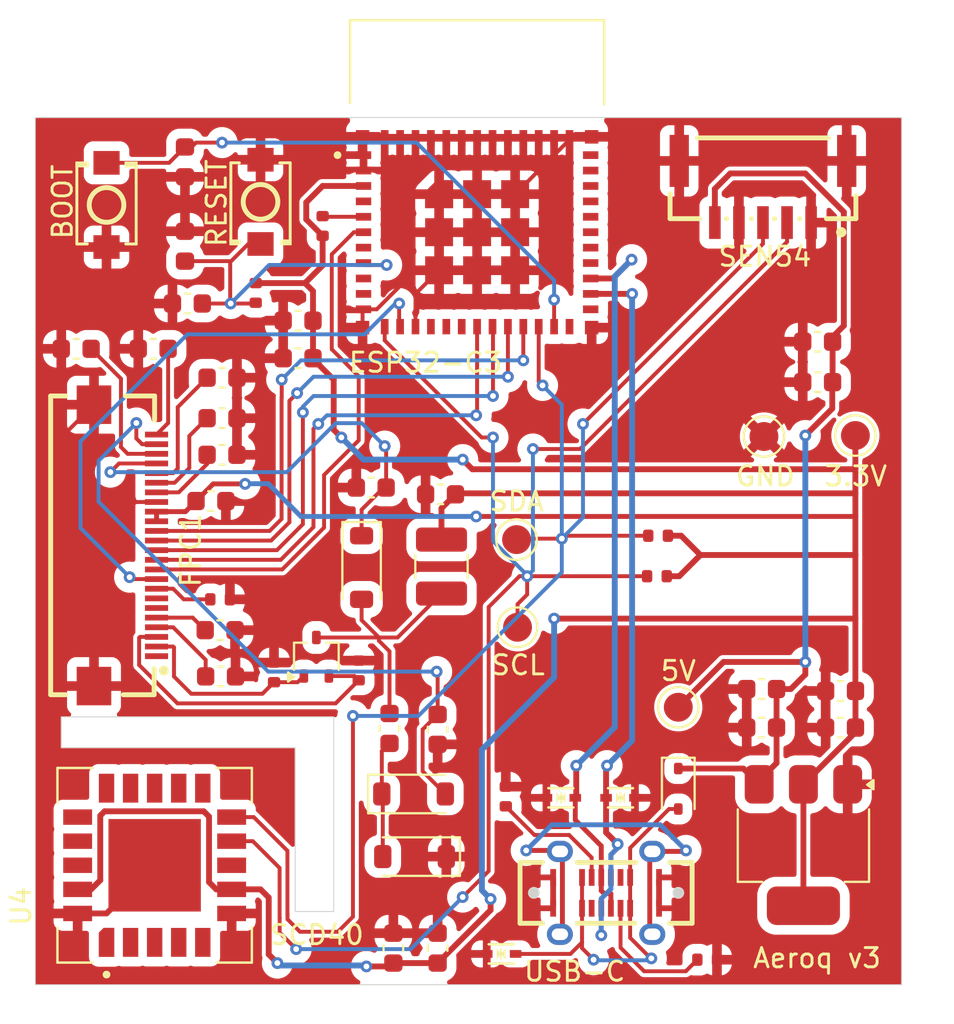
<source format=kicad_pcb>
(kicad_pcb (version 20241229) (generator "pcbnew") (generator_version "9.0")
  (layers (0 "F.Cu" signal) (2 "B.Cu" signal) (13 "F.Paste" user) (15 "B.Paste" user) (5 "F.SilkS" user "F.Silkscreen") (7 "B.SilkS" user "B.Silkscreen") (1 "F.Mask" user) (3 "B.Mask" user) (25 "Edge.Cuts" user))
  (net 0 "")
  (net 1 "GND")
  (net 2 "PREVGH")
  (net 3 "+3.3V")
  (net 4 "PREVGL")
  (net 5 "+5V")
  (net 6 "GPIO9")
  (net 7 "CHIP_PU")
  (net 8 "VBUS")
  (net 9 "D-")
  (net 10 "D+")
  (net 11 "SCL")
  (net 12 "SDA")
  (net 13 "SCLK")
  (net 14 "DC")
  (net 15 "CS")
  (net 16 "RES")
  (net 17 "GDR")
  (net 18 "BUSY")
  (net 19 "SDI")
  (net 20 "RESE")
  (net 21 "GPIO2")
  (net 22 "Net-(U1-CC1)")
  (net 23 "Net-(U1-CC2)")
  (net 25 "unconnected-(U1-EH-Pad0)")
  (net 29 "Net-(FPC1-Pad8)")
  (net 31 "Net-(C12-Pad2)")
  (net 32 "Net-(C14-Pad2)")
  (net 33 "Net-(D6-K)")
  (net 34 "Net-(D8-A)")
  (net 35 "Net-(C21-Pad1)")
  (net 36 "Net-(C22-Pad1)")
  (net 37 "Net-(C23-Pad2)")
  (net 38 "Net-(C24-Pad2)")
  (net 39 "Net-(C25-Pad2)")
  (footprint "Project Footprints:FPC-SMD_24P-P0.50_FPC-05FB-24PH20" (layer "F.Cu") (at 91.674 96.2 -90)
    (property "Reference" "FPC1")
    (property "Value" "~")
  )
  (footprint "Capacitor_SMD:C_0603_1608Metric" (layer "F.Cu") (at 108.05 93.55 180)
    (property "Reference" "C18" (hide yes))
    (property "Value" "4.7uf/25V")
  )
  (footprint "Capacitor_SMD:C_0603_1608Metric" (layer "F.Cu") (at 105.4 105.7 90)
    (property "Reference" "C17" (hide yes))
    (property "Value" "4.7uf/25V")
  )
  (footprint "Capacitor_SMD:C_0603_1608Metric" (layer "F.Cu") (at 94.9 83.65)
    (property "Reference" "C4" (hide yes))
    (property "Value" "1uf/50V")
  )
  (footprint "Capacitor_SMD:C_0603_1608Metric" (layer "F.Cu") (at 96.7 91.5)
    (property "Reference" "C21" (hide yes))
    (property "Value" "1uf/50V")
  )
  (footprint "TestPoint:TestPoint_Pad_D1.5mm" (layer "F.Cu") (at 112.05 100.45)
    (property "Reference" "TP4" (hide yes))
    (property "Value" "TestPoint")
  )
  (footprint "Project Footprints:XDCR_SCD40-D-R1" (layer "F.Cu") (at 93.2 112.8 90)
    (property "Reference" "U4")
    (property "Value" "SCD40-D-R1")
  )
  (footprint "Diode_SMD:D_SOD-323" (layer "F.Cu") (at 120.4 108.830758 -90)
    (property "Reference" "D1" (hide yes))
    (property "Value" "1N5819WS")
  )
  (footprint "Capacitor_SMD:C_0603_1608Metric" (layer "F.Cu") (at 96.125 93.9 180)
    (property "Reference" "C20" (hide yes))
    (property "Value" "1uf/50V")
  )
  (footprint "TestPoint:TestPoint_Pad_D1.5mm" (layer "F.Cu") (at 112 95.9)
    (property "Reference" "TP5" (hide yes))
    (property "Value" "TestPoint")
  )
  (footprint "TestPoint:TestPoint_Pad_D1.5mm" (layer "F.Cu") (at 124.85 90.55)
    (property "Reference" "TP1" (hide yes))
    (property "Value" "TestPoint")
  )
  (footprint "Capacitor_SMD:C_0603_1608Metric" (layer "F.Cu") (at 107.9 105.75 -90)
    (property "Reference" "C13" (hide yes))
    (property "Value" "4.7uf/25V")
  )
  (footprint "Diode_SMD:D_SOD-123" (layer "F.Cu") (at 106.7 112.35 180)
    (property "Reference" "D7" (hide yes))
    (property "Value" "MBR0530")
  )
  (footprint "Resistor_SMD:R_0402_1005Metric" (layer "F.Cu") (at 99.4 102.79 -90)
    (property "Reference" "R10" (hide yes))
    (property "Value" "10k")
  )
  (footprint "Capacitor_SMD:C_0603_1608Metric" (layer "F.Cu") (at 107.9 117.1 -90)
    (property "Reference" "C16" (hide yes))
    (property "Value" "4.7uf/25V")
  )
  (footprint "Capacitor_SMD:C_0603_1608Metric" (layer "F.Cu") (at 93.125 86)
    (property "Reference" "C25" (hide yes))
    (property "Value" "1uf/50V")
  )
  (footprint "Diode_SMD:D_SOD-123" (layer "F.Cu") (at 106.65 109.1)
    (property "Reference" "D6" (hide yes))
    (property "Value" "MBR0530")
  )
  (footprint "JST SM05B-GHS-TB(LF)(SN):CONN-SMD_5P-P1.25_SM05B-GHS-TB-LF-SN" (layer "F.Cu") (at 124.8 77.85 180)
    (property "Reference" "U5" (hide yes))
    (property "Value" "~")
  )
  (footprint "Resistor_SMD:R_0402_1005Metric" (layer "F.Cu") (at 111.44 109.230758 -90)
    (property "Reference" "R4" (hide yes))
    (property "Value" "5k")
  )
  (footprint "Capacitor_SMD:C_0603_1608Metric" (layer "F.Cu") (at 124.73 103.655 180)
    (property "Reference" "C7" (hide yes))
    (property "Value" "0.1uf/50V")
  )
  (footprint "Resistor_SMD:R_0402_1005Metric" (layer "F.Cu") (at 101.925 79.625 -90)
    (property "Reference" "R2" (hide yes))
    (property "Value" "10k")
  )
  (footprint "Capacitor_SMD:C_0603_1608Metric" (layer "F.Cu") (at 104.45 93.2 180)
    (property "Reference" "C19" (hide yes))
    (property "Value" "4.7uf/25V")
  )
  (footprint "Capacitor_SMD:C_0603_1608Metric" (layer "F.Cu") (at 94.775 80.675 90)
    (property "Reference" "C5" (hide yes))
    (property "Value" "0.1uf/50V")
  )
  (footprint "Capacitor_SMD:C_0603_1608Metric" (layer "F.Cu") (at 94.775 76.3 -90)
    (property "Reference" "C3" (hide yes))
    (property "Value" "0.1uf/50V")
  )
  (footprint "Project Footprints:SOD-523_L1.2-W0.8-LS1.6-BI" (layer "F.Cu") (at 114.3 109.3)
    (property "Reference" "D4" (hide yes))
    (property "Value" "~")
  )
  (footprint "Capacitor_SMD:C_0603_1608Metric" (layer "F.Cu") (at 89.125 86)
    (property "Reference" "C24" (hide yes))
    (property "Value" "4.7uf/25V")
  )
  (footprint "Resistor_SMD:R_0402_1005Metric" (layer "F.Cu") (at 103.8 102.69 -90)
    (property "Reference" "R11" (hide yes))
    (property "Value" "0.47")
  )
  (footprint "Project Footprints:SOD-523_L1.2-W0.8-LS1.6-BI" (layer "F.Cu") (at 111.2 117.4)
    (property "Reference" "D2" (hide yes))
    (property "Value" "~")
  )
  (footprint "Capacitor_SMD:C_0603_1608Metric" (layer "F.Cu") (at 96.7 89.6)
    (property "Reference" "C22" (hide yes))
    (property "Value" "1uf/50V")
  )
  (footprint "Project Footprints:XCVR_ESP32-C3-MINI-1-N4" (layer "F.Cu") (at 109.95 77.25)
    (property "Reference" "U2" (hide yes))
    (property "Value" "ESP32-C3-MINI-1-N4")
  )
  (footprint "Package_TO_SOT_SMD:SOT-323_SC-70" (layer "F.Cu") (at 101.6 101.98 90)
    (property "Reference" "Q1" (hide yes))
    (property "Value" "Si1308EDL")
  )
  (footprint "TestPoint:TestPoint_Pad_D1.5mm" (layer "F.Cu") (at 120.4 104.6)
    (property "Reference" "TP3" (hide yes))
    (property "Value" "TestPoint")
  )
  (footprint "Capacitor_SMD:C_0603_1608Metric" (layer "F.Cu") (at 127.640415 85.630771)
    (property "Reference" "C10" (hide yes))
    (property "Value" "4.7uf/25V")
  )
  (footprint "Resistor_SMD:R_0402_1005Metric" (layer "F.Cu") (at 119.29 97.8)
    (property "Reference" "R6" (hide yes))
    (property "Value" "10k")
  )
  (footprint "Resistor_SMD:R_0402_1005Metric" (layer "F.Cu") (at 121.9 117.7 180)
    (property "Reference" "R3" (hide yes))
    (property "Value" "5k")
  )
  (footprint "Capacitor_SMD:C_0603_1608Metric" (layer "F.Cu") (at 96.7 87.5 180)
    (property "Reference" "C23" (hide yes))
    (property "Value" "4.7uf/25V")
  )
  (footprint "Capacitor_SMD:C_0603_1608Metric" (layer "F.Cu") (at 128.83 103.755)
    (property "Reference" "C9" (hide yes))
    (property "Value" "10uf/25V")
  )
  (footprint "Package_TO_SOT_SMD:SOT-223-3_TabPin2" (layer "F.Cu") (at 126.9 111.75 -90)
    (property "Reference" "U3" (hide yes))
    (property "Value" "AMS1117-3.3")
  )
  (footprint "Capacitor_SMD:C_0603_1608Metric" (layer "F.Cu") (at 128.83 105.655 180)
    (property "Reference" "C8" (hide yes))
    (property "Value" "0.1uf/50V")
  )
  (footprint "Capacitor_SMD:C_0603_1608Metric" (layer "F.Cu") (at 100.651016 84.538452)
    (property "Reference" "C1" (hide yes))
    (property "Value" "10uf/25V")
  )
  (footprint "Inductor_SMD:L_1210_3225Metric" (layer "F.Cu") (at 108.1 97.3 -90)
    (property "Reference" "L1" (hide yes))
    (property "Value" "10uH/1A")
  )
  (footprint "Capacitor_SMD:C_0603_1608Metric" (layer "F.Cu") (at 96.6 100.6 180)
    (property "Reference" "C14" (hide yes))
    (property "Value" "4.7uf/25V")
  )
  (footprint "Project Footprints:SW-SMD_L3.9-W3.0-P4.45" (layer "F.Cu") (at 90.7 78.535 90)
    (property "Reference" "SW1" (hide yes))
    (property "Value" "~")
  )
  (footprint "Capacitor_SMD:C_0603_1608Metric" (layer "F.Cu") (at 96.625 103 180)
    (property "Reference" "C12" (hide yes))
    (property "Value" "4.7uf/25V")
  )
  (footprint "Resistor_SMD:R_0402_1005Metric" (layer "F.Cu") (at 98.45 83.1 90)
    (property "Reference" "R1" (hide yes))
    (property "Value" "10k")
  )
  (footprint "Resistor_SMD:R_0402_1005Metric" (layer "F.Cu") (at 119.35 95.7)
    (property "Reference" "R7" (hide yes))
    (property "Value" "10k")
  )
  (footprint "Capacitor_SMD:C_0603_1608Metric" (layer "F.Cu") (at 105.6 117.1 90)
    (property "Reference" "C15" (hide yes))
    (property "Value" "0.1uf/50V")
  )
  (footprint "Capacitor_SMD:C_0603_1608Metric" (layer "F.Cu") (at 127.640415 87.730771 180)
    (property "Reference" "C11" (hide yes))
    (property "Value" "0.1uf/50V")
  )
  (footprint "Capacitor_SMD:C_0603_1608Metric" (layer "F.Cu") (at 100.651016 86.488452 180)
    (property "Reference" "C2" (hide yes))
    (property "Value" "0.1uf/50V")
  )
  (footprint "Capacitor_SMD:C_0603_1608Metric" (layer "F.Cu") (at 124.73 105.655)
    (property "Reference" "C6" (hide yes))
    (property "Value" "10uf/25V")
  )
  (footprint "Resistor_SMD:R_0402_1005Metric" (layer "F.Cu") (at 96.6 99)
    (property "Reference" "R8" (hide yes))
    (property "Value" "3")
  )
  (footprint "Diode_SMD:D_SOD-123" (layer "F.Cu") (at 103.95 97.35 -90)
    (property "Reference" "D8" (hide yes))
    (property "Value" "MBR0530")
  )
  (footprint "Project Footprints:SOD-523_L1.2-W0.8-LS1.6-BI" (layer "F.Cu") (at 117.4 109.3 180)
    (property "Reference" "D3" (hide yes))
    (property "Value" "~")
  )
  (footprint "Project Footprints:SW-SMD_L3.9-W3.0-P4.45" (layer "F.Cu") (at 98.7 78.375 -90)
    (property "Reference" "SW2" (hide yes))
    (property "Value" "~")
  )
  (footprint "TestPoint:TestPoint_Pad_D1.5mm" (layer "F.Cu") (at 129.6 90.5)
    (property "Reference" "TP2" (hide yes))
    (property "Value" "TestPoint")
  )
  (footprint "Project Footprints:TYPE-C-SMD_USB4120-03-C" (layer "F.Cu") (at 116.65 114.230758)
    (property "Reference" "U1" (hide yes))
    (property "Value" "~")
    (fp_poly (pts (xy -3.452567 -0.039158) (xy -3.472836 -0.114805) (xy -3.511994 -0.182628) (xy -3.567372 -0.238006) (xy -3.635195 -0.277164) (xy -3.710842 -0.297433) (xy -3.789158 -0.297433) (xy -3.864805 -0.277164) (xy -3.932628 -0.238006) (xy -3.988006 -0.182628) (xy -4.027164 -0.114805) (xy -4.047433 -0.039158) (xy -4.047433 0.039158) (xy -4.027164 0.114805) (xy -3.988006 0.182628) (xy -3.932628 0.238006) (xy -3.864805 0.277164) (xy -3.789158 0.297433) (xy -3.710842 0.297433) (xy -3.635195 0.277164) (xy -3.567372 0.238006) (xy -3.511994 0.182628) (xy -3.472836 0.114805) (xy -3.452567 0.039158)) (fill yes) (layer "Edge.Cuts"))
    (fp_poly (pts (xy 4.047433 -0.039158) (xy 4.027164 -0.114805) (xy 3.988006 -0.182628) (xy 3.932628 -0.238006) (xy 3.864805 -0.277164) (xy 3.789158 -0.297433) (xy 3.710842 -0.297433) (xy 3.635195 -0.277164) (xy 3.567372 -0.238006) (xy 3.511994 -0.182628) (xy 3.472836 -0.114805) (xy 3.452567 -0.039158) (xy 3.452567 0.039158) (xy 3.472836 0.114805) (xy 3.511994 0.182628) (xy 3.567372 0.238006) (xy 3.635195 0.277164) (xy 3.710842 0.297433) (xy 3.789158 0.297433) (xy 3.864805 0.277164) (xy 3.932628 0.238006) (xy 3.988006 0.182628) (xy 4.027164 0.114805) (xy 4.047433 0.039158)) (fill yes) (layer "Edge.Cuts"))
  )
  (gr_line (start 132 119) (end 87 119) (stroke (width 0.05)) (layer "Edge.Cuts"))
  (gr_line (start 100.5 115.2) (end 102.5 115.2) (stroke (width 0.05)) (layer "Edge.Cuts"))
  (gr_line (start 87 119) (end 87 74) (stroke (width 0.05)) (layer "Edge.Cuts"))
  (gr_line (start 102.5 105.1) (end 88.35 105.1) (stroke (width 0.05)) (layer "Edge.Cuts"))
  (gr_line (start 87 74) (end 132 74) (stroke (width 0.05)) (layer "Edge.Cuts"))
  (gr_line (start 100.5 106.7) (end 100.5 115.2) (stroke (width 0.05)) (layer "Edge.Cuts"))
  (gr_line (start 102.5 115.2) (end 102.5 105.1) (stroke (width 0.05)) (layer "Edge.Cuts"))
  (gr_line (start 88.35 105.1) (end 88.35 106.7) (stroke (width 0.05)) (layer "Edge.Cuts"))
  (gr_line (start 132 74) (end 132 119) (stroke (width 0.05)) (layer "Edge.Cuts"))
  (gr_line (start 88.35 106.7) (end 100.5 106.7) (stroke (width 0.05)) (layer "Edge.Cuts"))
  (gr_text "SCD40" (at 99.1 117 0) (layer "F.SilkS") (effects (font (size 1 1)) (justify left bottom)))
  (gr_text "ESP32-C3" (at 103.2 87.3 0) (layer "F.SilkS") (effects (font (size 1 1)) (justify left bottom)))
  (gr_text "BOOT" (at 89 80.4 90) (layer "F.SilkS") (effects (font (size 1 1)) (justify left bottom)))
  (gr_text "SDA" (at 110.5 94.5 0) (layer "F.SilkS") (effects (font (size 1 1)) (justify left bottom)))
  (gr_text "5V" (at 119.4 103.3 0) (layer "F.SilkS") (effects (font (size 1 1)) (justify left bottom)))
  (gr_text "Aeroq v3" (at 124.2 118.2 0) (layer "F.SilkS") (effects (font (size 1 1)) (justify left bottom)))
  (gr_text "USB-C" (at 112.3 118.9 0) (layer "F.SilkS") (effects (font (size 1 1)) (justify left bottom)))
  (gr_text "GND" (at 123.3 93.2 0) (layer "F.SilkS") (effects (font (size 1 1)) (justify left bottom)))
  (gr_text "SEN54" (at 122.4 81.8 0) (layer "F.SilkS") (effects (font (size 1 1)) (justify left bottom)))
  (gr_text "3.3V" (at 127.9 93.2 0) (layer "F.SilkS") (effects (font (size 1 1)) (justify left bottom)))
  (gr_text "SCL" (at 110.6 103 0) (layer "F.SilkS") (effects (font (size 1 1)) (justify left bottom)))
  (gr_text "RESET" (at 97 80.8 90) (layer "F.SilkS") (effects (font (size 1 1)) (justify left bottom)))
  (segment (start 106.75 83.15) (end 107.975 81.925) (width 0.2032) (layer "F.Cu") (net 1))
  (segment (start 104.05 83.95) (end 104.736198 83.95) (width 0.2032) (layer "F.Cu") (net 1))
  (segment (start 89.2 115.3) (end 90.7 115.3) (width 0.3048) (layer "F.Cu") (net 1))
  (segment (start 90.7 115.3) (end 93.2 112.8) (width 0.3048) (layer "F.Cu") (net 1))
  (segment (start 106.761198 81.925) (end 107.975 81.925) (width 0.2032) (layer "F.Cu") (net 1))
  (segment (start 104.736198 83.95) (end 106.761198 81.925) (width 0.2032) (layer "F.Cu") (net 1))
  (segment (start 114.9 75) (end 111.925 77.975) (width 0.2032) (layer "F.Cu") (net 1))
  (segment (start 106.75 84.85) (end 106.75 83.15) (width 0.2032) (layer "F.Cu") (net 1))
  (segment (start 88.55 90.399) (end 90.049 88.9) (width 0.2032) (layer "F.Cu") (net 1))
  (segment (start 104 84.9) (end 104 84) (width 0.2032) (layer "F.Cu") (net 1))
  (segment (start 115.9 75) (end 114.9 75) (width 0.2032) (layer "F.Cu") (net 1))
  (segment (start 93.299 93.95) (end 88.55 93.95) (width 0.2032) (layer "F.Cu") (net 1))
  (segment (start 88.55 93.95) (end 88.55 90.399) (width 0.2032) (layer "F.Cu") (net 1))
  (segment (start 104 84) (end 104.05 83.95) (width 0.2032) (layer "F.Cu") (net 1))
  (segment (start 90.9 92.4) (end 91.35 91.95) (width 0.2032) (layer "F.Cu") (net 2))
  (segment (start 105.225 91.125) (end 105.15 91.05) (width 0.2032) (layer "F.Cu") (net 2))
  (segment (start 105.225 93.2) (end 105.225 91.125) (width 0.2032) (layer "F.Cu") (net 2))
  (segment (start 103.95 95.7) (end 103.95 94.35) (width 0.2032) (layer "F.Cu") (net 2))
  (segment (start 91.35 91.95) (end 93.299 91.95) (width 0.2032) (layer "F.Cu") (net 2))
  (segment (start 103.95 94.35) (end 105.1 93.2) (width 0.2032) (layer "F.Cu") (net 2))
  (segment (start 105.1 93.2) (end 105.225 93.2) (width 0.2032) (layer "F.Cu") (net 2))
  (via (at 105.15 91.05) (size 0.61) (drill 0.3) (layers "F.Cu" "B.Cu") (net 2))
  (via (at 90.9 92.4) (size 0.61) (drill 0.3) (layers "F.Cu" "B.Cu") (net 2))
  (segment (start 100.063802 92.4) (end 90.9 92.4) (width 0.2032) (layer "B.Cu") (net 2))
  (segment (start 103.9574 89.8574) (end 102.606402 89.8574) (width 0.2032) (layer "B.Cu") (net 2))
  (segment (start 102.606402 89.8574) (end 100.063802 92.4) (width 0.2032) (layer "B.Cu") (net 2))
  (segment (start 105.15 91.05) (end 103.9574 89.8574) (width 0.2032) (layer "B.Cu") (net 2))
  (segment (start 129.605 105.655) (end 129.605 103.755) (width 0.3048) (layer "F.Cu") (net 3))
  (segment (start 90.6 110) (end 90.375 110.225) (width 0.3048) (layer "F.Cu") (net 3))
  (segment (start 121.55 96.7) (end 120.45 97.8) (width 0.3048) (layer "F.Cu") (net 3))
  (segment (start 129.605 105.895) (end 129.605 105.655) (width 0.3048) (layer "F.Cu") (net 3))
  (segment (start 99.125 114.475) (end 98.7 114.05) (width 0.3048) (layer "F.Cu") (net 3))
  (segment (start 99.575 117.875) (end 99.125 117.425) (width 0.3048) (layer "F.Cu") (net 3))
  (segment (start 129.6 96.695) (end 129.6 94.7) (width 0.3048) (layer "F.Cu") (net 3))
  (segment (start 93.299 94.95) (end 93.299 94.45) (width 0.254) (layer "F.Cu") (net 3))
  (segment (start 101.01 82.59) (end 98.45 82.59) (width 0.3048) (layer "F.Cu") (net 3))
  (segment (start 129.6 92.2) (end 129.6 93.5) (width 0.3048) (layer "F.Cu") (net 3))
  (segment (start 105.6 117.875) (end 107.9 117.875) (width 0.3048) (layer "F.Cu") (net 3))
  (segment (start 108.1 94.275) (end 108.825 93.55) (width 0.3048) (layer "F.Cu") (net 3))
  (segment (start 109.2 91.75) (end 109.7 92.25) (width 0.3048) (layer "F.Cu") (net 3))
  (segment (start 129.6 96.695) (end 129.6 100) (width 0.3048) (layer "F.Cu") (net 3))
  (segment (start 126.9 114.9) (end 126.9 108.6) (width 0.3048) (layer "F.Cu") (net 3))
  (segment (start 101.426016 83.006016) (end 101.426016 84.538452) (width 0.3048) (layer "F.Cu") (net 3))
  (segment (start 96.025 113.674999) (end 96.025 110.275) (width 0.3048) (layer "F.Cu") (net 3))
  (segment (start 121.55 96.7) (end 129.595 96.7) (width 0.3048) (layer "F.Cu") (net 3))
  (segment (start 99.125 117.425) (end 99.125 114.475) (width 0.3048) (layer "F.Cu") (net 3))
  (segment (start 107.9 117.875) (end 110.65 115.125) (width 0.3048) (layer "F.Cu") (net 3))
  (segment (start 129.6 90.5) (end 129.6 92.2) (width 0.3048) (layer "F.Cu") (net 3))
  (segment (start 101.925 81.675) (end 101.01 82.59) (width 0.3048) (layer "F.Cu") (net 3))
  (segment (start 90.375 113.575) (end 89.9 114.05) (width 0.3048) (layer "F.Cu") (net 3))
  (segment (start 129.55 92.25) (end 129.6 92.2) (width 0.3048) (layer "F.Cu") (net 3))
  (segment (start 101.426016 86.488452) (end 101.426016 86.526016) (width 0.3048) (layer "F.Cu") (net 3))
  (segment (start 129.6 100) (end 129.6 103.75) (width 0.3048) (layer "F.Cu") (net 3))
  (segment (start 101.426016 86.488452) (end 101.426016 84.538452) (width 0.3048) (layer "F.Cu") (net 3))
  (segment (start 101.925 80.135) (end 101.075 79.285) (width 0.3048) (layer "F.Cu") (net 3))
  (segment (start 97.9 93.0098) (end 96.2402 93.0098) (width 0.254) (layer "F.Cu") (net 3))
  (segment (start 108.1 95.9) (end 108.1 94.275) (width 0.3048) (layer "F.Cu") (net 3))
  (segment (start 119.86 95.7) (end 120.55 95.7) (width 0.3048) (layer "F.Cu") (net 3))
  (segment (start 101.925 80.135) (end 101.925 81.675) (width 0.3048) (layer "F.Cu") (net 3))
  (segment (start 101.426016 86.526016) (end 102.5 87.6) (width 0.3048) (layer "F.Cu") (net 3))
  (segment (start 102.5 90.2) (end 102.9 90.6) (width 0.3048) (layer "F.Cu") (net 3))
  (segment (start 129.595 96.7) (end 129.6 96.695) (width 0.3048) (layer "F.Cu") (net 3))
  (segment (start 120.45 97.8) (end 119.8 97.8) (width 0.3048) (layer "F.Cu") (net 3))
  (segment (start 95.35 93.9) (end 94.8 94.45) (width 0.254) (layer "F.Cu") (net 3))
  (segment (start 109.7 92.25) (end 129.55 92.25) (width 0.3048) (layer "F.Cu") (net 3))
  (segment (start 90.375 110.225) (end 90.375 113.575) (width 0.3048) (layer "F.Cu") (net 3))
  (segment (start 109.9 94.7) (end 129.6 94.7) (width 0.254) (layer "F.Cu") (net 3))
  (segment (start 104.2 118.05) (end 105.425 118.05) (width 0.3048) (layer "F.Cu") (net 3))
  (segment (start 108.875 93.5) (end 129.6 93.5) (width 0.3048) (layer "F.Cu") (net 3))
  (segment (start 89.9 114.05) (end 89.05 114.05) (width 0.3048) (layer "F.Cu") (net 3))
  (segment (start 94.8 94.45) (end 93.299 94.45) (width 0.254) (layer "F.Cu") (net 3))
  (segment (start 101.075 79.285) (end 101.075 78.4) (width 0.3048) (layer "F.Cu") (net 3))
  (segment (start 96.400001 114.05) (end 96.025 113.674999) (width 0.3048) (layer "F.Cu") (net 3))
  (segment (start 120.55 95.7) (end 121.55 96.7) (width 0.3048) (layer "F.Cu") (net 3))
  (segment (start 129.6 103.75) (end 129.605 103.755) (width 0.3048) (layer "F.Cu") (net 3))
  (segment (start 113.95 100) (end 129.6 100) (width 0.3048) (layer "F.Cu") (net 3))
  (segment (start 96.025 110.275) (end 95.75 110) (width 0.3048) (layer "F.Cu") (net 3))
  (segment (start 96.2402 93.0098) (end 95.35 93.9) (width 0.254) (layer "F.Cu") (net 3))
  (segment (start 101.075 78.4) (end 101.925 77.55) (width 0.3048) (layer "F.Cu") (net 3))
  (segment (start 95.75 110) (end 90.6 110) (width 0.3048) (layer "F.Cu") (net 3))
  (segment (start 98.7 114.05) (end 96.400001 114.05) (width 0.3048) (layer "F.Cu") (net 3))
  (segment (start 126.9 108.6) (end 129.605 105.895) (width 0.3048) (layer "F.Cu") (net 3))
  (segment (start 108.825 93.55) (end 108.875 93.5) (width 0.3048) (layer "F.Cu") (net 3))
  (segment (start 129.6 93.5) (end 129.6 94.7) (width 0.3048) (layer "F.Cu") (net 3))
  (segment (start 105.425 118.05) (end 105.6 117.875) (width 0.3048) (layer "F.Cu") (net 3))
  (segment (start 101.925 77.55) (end 104.05 77.55) (width 0.3048) (layer "F.Cu") (net 3))
  (segment (start 102.5 87.6) (end 102.5 90.2) (width 0.3048) (layer "F.Cu") (net 3))
  (segment (start 110.65 115.125) (end 110.65 114.55) (width 0.3048) (layer "F.Cu") (net 3))
  (segment (start 101.01 82.59) (end 101.426016 83.006016) (width 0.3048) (layer "F.Cu") (net 3))
  (via (at 97.9 93.0098) (size 0.61) (drill 0.3) (layers "F.Cu" "B.Cu") (net 3))
  (via (at 109.9 94.7) (size 0.61) (drill 0.3) (layers "F.Cu" "B.Cu") (net 3))
  (via (at 104.2 118.05) (size 0.61) (drill 0.3) (layers "F.Cu" "B.Cu") (net 3))
  (via (at 113.95 100) (size 0.61) (drill 0.3) (layers "F.Cu" "B.Cu") (net 3))
  (via (at 99.575 117.875) (size 0.61) (drill 0.3) (layers "F.Cu" "B.Cu") (net 3))
  (via (at 102.9 90.6) (size 0.61) (drill 0.3) (layers "F.Cu" "B.Cu") (net 3))
  (via (at 110.65 114.55) (size 0.61) (drill 0.3) (layers "F.Cu" "B.Cu") (net 3))
  (via (at 109.2 91.75) (size 0.61) (drill 0.3) (layers "F.Cu" "B.Cu") (net 3))
  (segment (start 110.65 114.55) (end 110.2 114.1) (width 0.3048) (layer "B.Cu") (net 3))
  (segment (start 100.8 94.7) (end 109.9 94.7) (width 0.254) (layer "B.Cu") (net 3))
  (segment (start 97.9 93.0098) (end 97.9098 93) (width 0.254) (layer "B.Cu") (net 3))
  (segment (start 110.2 114.1) (end 110.2 106.8) (width 0.3048) (layer "B.Cu") (net 3))
  (segment (start 104.05 91.75) (end 109.2 91.75) (width 0.3048) (layer "B.Cu") (net 3))
  (segment (start 99.575 117.875) (end 99.7 118) (width 0.3048) (layer "B.Cu") (net 3))
  (segment (start 99.7 118) (end 104.15 118) (width 0.3048) (layer "B.Cu") (net 3))
  (segment (start 110.2 106.8) (end 113.95 103.05) (width 0.3048) (layer "B.Cu") (net 3))
  (segment (start 97.9098 93) (end 99.1 93) (width 0.254) (layer "B.Cu") (net 3))
  (segment (start 104.15 118) (end 104.2 118.05) (width 0.3048) (layer "B.Cu") (net 3))
  (segment (start 102.9 90.6) (end 104.05 91.75) (width 0.3048) (layer "B.Cu") (net 3))
  (segment (start 99.1 93) (end 100.8 94.7) (width 0.254) (layer "B.Cu") (net 3))
  (segment (start 113.95 103.05) (end 113.95 100) (width 0.3048) (layer "B.Cu") (net 3))
  (segment (start 92.25 90.65) (end 92.25 89.85) (width 0.2032) (layer "F.Cu") (net 4))
  (segment (start 92.55 90.95) (end 92.25 90.65) (width 0.2032) (layer "F.Cu") (net 4))
  (segment (start 108.3 109.1) (end 107.1192 107.9192) (width 0.2032) (layer "F.Cu") (net 4))
  (segment (start 93.299 90.95) (end 92.55 90.95) (width 0.2032) (layer "F.Cu") (net 4))
  (segment (start 107.1192 105.7558) (end 107.9 104.975) (width 0.2032) (layer "F.Cu") (net 4))
  (segment (start 107.9 102.8) (end 107.9 104.975) (width 0.2032) (layer "F.Cu") (net 4))
  (segment (start 107.1192 107.9192) (end 107.1192 105.7558) (width 0.2032) (layer "F.Cu") (net 4))
  (segment (start 107.85 102.75) (end 107.9 102.8) (width 0.2032) (layer "F.Cu") (net 4))
  (via (at 107.85 102.75) (size 0.61) (drill 0.3) (layers "F.Cu" "B.Cu") (net 4))
  (via (at 92.25 89.85) (size 0.61) (drill 0.3) (layers "F.Cu" "B.Cu") (net 4))
  (segment (start 90.2892 91.8108) (end 90.2892 93.9392) (width 0.2032) (layer "B.Cu") (net 4))
  (segment (start 92.25 89.85) (end 90.2892 91.8108) (width 0.2032) (layer "B.Cu") (net 4))
  (segment (start 90.2892 93.9392) (end 99.1 102.75) (width 0.2032) (layer "B.Cu") (net 4))
  (segment (start 99.1 102.75) (end 107.85 102.75) (width 0.2032) (layer "B.Cu") (net 4))
  (segment (start 125.505 105.655) (end 125.505 103.655) (width 0.3048) (layer "F.Cu") (net 5))
  (segment (start 128.415415 85.630771) (end 128.415415 85.384585) (width 0.3048) (layer "F.Cu") (net 5))
  (segment (start 129 84.8) (end 129 78.9) (width 0.3048) (layer "F.Cu") (net 5))
  (segment (start 123.1 76.9) (end 122.3 77.7) (width 0.3048) (layer "F.Cu") (net 5))
  (segment (start 128.415415 87.730771) (end 128.415415 85.630771) (width 0.3048) (layer "F.Cu") (net 5))
  (segment (start 127 76.9) (end 123.1 76.9) (width 0.3048) (layer "F.Cu") (net 5))
  (segment (start 124.6 108.6) (end 124.6 108.4) (width 0.3048) (layer "F.Cu") (net 5))
  (segment (start 122.75 102.25) (end 127 102.25) (width 0.3048) (layer "F.Cu") (net 5))
  (segment (start 128.4 87.746186) (end 128.415415 87.730771) (width 0.3048) (layer "F.Cu") (net 5))
  (segment (start 129 78.9) (end 127 76.9) (width 0.3048) (layer "F.Cu") (net 5))
  (segment (start 125.505 107.495) (end 125.505 105.655) (width 0.3048) (layer "F.Cu") (net 5))
  (segment (start 127 90.5) (end 128.4 89.1) (width 0.3048) (layer "F.Cu") (net 5))
  (segment (start 120.4 104.6) (end 122.75 102.25) (width 0.3048) (layer "F.Cu") (net 5))
  (segment (start 128.4 89.1) (end 128.4 87.746186) (width 0.3048) (layer "F.Cu") (net 5))
  (segment (start 127 102.25) (end 127 102.9) (width 0.3048) (layer "F.Cu") (net 5))
  (segment (start 123.780758 107.780758) (end 124.6 108.6) (width 0.3048) (layer "F.Cu") (net 5))
  (segment (start 128.415415 85.384585) (end 129 84.8) (width 0.3048) (layer "F.Cu") (net 5))
  (segment (start 122.3 77.7) (end 122.3 79.45) (width 0.3048) (layer "F.Cu") (net 5))
  (segment (start 124.6 108.4) (end 125.505 107.495) (width 0.3048) (layer "F.Cu") (net 5))
  (segment (start 120.4 107.780758) (end 123.780758 107.780758) (width 0.3048) (layer "F.Cu") (net 5))
  (segment (start 126.245 103.655) (end 125.505 103.655) (width 0.3048) (layer "F.Cu") (net 5))
  (segment (start 127 102.9) (end 126.245 103.655) (width 0.3048) (layer "F.Cu") (net 5))
  (via (at 127 102.25) (size 0.61) (drill 0.3) (layers "F.Cu" "B.Cu") (net 5))
  (via (at 127 90.5) (size 0.61) (drill 0.3) (layers "F.Cu" "B.Cu") (net 5))
  (segment (start 127 90.5) (end 127 102.25) (width 0.3048) (layer "B.Cu") (net 5))
  (segment (start 95.125 75.525) (end 94.775 75.525) (width 0.2032) (layer "F.Cu") (net 6))
  (segment (start 95.35 75.3) (end 95.125 75.525) (width 0.2032) (layer "F.Cu") (net 6))
  (segment (start 94.75 75.5) (end 94.775 75.525) (width 0.2032) (layer "F.Cu") (net 6))
  (segment (start 113.95 83.45) (end 113.95 84.85) (width 0.2032) (layer "F.Cu") (net 6))
  (segment (start 90.7 76.35) (end 93.95 76.35) (width 0.2032) (layer "F.Cu") (net 6))
  (segment (start 96.7 75.3) (end 95.35 75.3) (width 0.2032) (layer "F.Cu") (net 6))
  (segment (start 93.95 76.35) (end 94.775 75.525) (width 0.2032) (layer "F.Cu") (net 6))
  (via (at 96.7 75.3) (size 0.61) (drill 0.3) (layers "F.Cu" "B.Cu") (net 6))
  (via (at 113.95 83.45) (size 0.61) (drill 0.3) (layers "F.Cu" "B.Cu") (net 6))
  (segment (start 113.95 83.45) (end 113.95 82.45) (width 0.2032) (layer "B.Cu") (net 6))
  (segment (start 106.8 75.3) (end 96.7 75.3) (width 0.2032) (layer "B.Cu") (net 6))
  (segment (start 113.95 82.45) (end 106.8 75.3) (width 0.2032) (layer "B.Cu") (net 6))
  (segment (start 98.41 83.65) (end 98.45 83.61) (width 0.2032) (layer "F.Cu") (net 7))
  (segment (start 97.15 83.65) (end 98.41 83.65) (width 0.2032) (layer "F.Cu") (net 7))
  (segment (start 104.15 81.65) (end 104.05 81.55) (width 0.2032) (layer "F.Cu") (net 7))
  (segment (start 97.125 81.5) (end 97.075 81.45) (width 0.2032) (layer "F.Cu") (net 7))
  (segment (start 105.25 81.65) (end 104.15 81.65) (width 0.2032) (layer "F.Cu") (net 7))
  (segment (start 98.675 80.535) (end 98.09 80.535) (width 0.2032) (layer "F.Cu") (net 7))
  (segment (start 97.075 81.45) (end 94.775 81.45) (width 0.2032) (layer "F.Cu") (net 7))
  (segment (start 98.7 80.56) (end 98.675 80.535) (width 0.2032) (layer "F.Cu") (net 7))
  (segment (start 98.09 80.535) (end 97.125 81.5) (width 0.2032) (layer "F.Cu") (net 7))
  (segment (start 97.125 83.625) (end 97.15 83.65) (width 0.2032) (layer "F.Cu") (net 7))
  (segment (start 97.15 83.65) (end 95.675 83.65) (width 0.2032) (layer "F.Cu") (net 7))
  (segment (start 97.125 81.5) (end 97.125 83.625) (width 0.2032) (layer "F.Cu") (net 7))
  (via (at 105.25 81.65) (size 0.61) (drill 0.3) (layers "F.Cu" "B.Cu") (net 7))
  (via (at 97.15 83.65) (size 0.61) (drill 0.3) (layers "F.Cu" "B.Cu") (net 7))
  (segment (start 99.15 81.65) (end 97.15 83.65) (width 0.2032) (layer "B.Cu") (net 7))
  (segment (start 105.25 81.65) (end 99.15 81.65) (width 0.2032) (layer "B.Cu") (net 7))
  (segment (start 117.9 111.9) (end 117.9 113.430758) (width 0.2032) (layer "F.Cu") (net 8))
  (segment (start 111.95 117.4) (end 114.8 117.4) (width 0.2032) (layer "F.Cu") (net 8))
  (segment (start 119.919242 109.880758) (end 117.9 111.9) (width 0.2032) (layer "F.Cu") (net 8))
  (segment (start 120.4 109.880758) (end 119.919242 109.880758) (width 0.2032) (layer "F.Cu") (net 8))
  (segment (start 117.9 116.561516) (end 118.969242 117.630758) (width 0.2032) (layer "F.Cu") (net 8))
  (segment (start 116 117.7) (end 115.4 117.1) (width 0.2032) (layer "F.Cu") (net 8))
  (segment (start 115.4 117.1) (end 115.4 116.8) (width 0.2032) (layer "F.Cu") (net 8))
  (segment (start 115.4 116.561516) (end 115.4 115.030758) (width 0.2032) (layer "F.Cu") (net 8))
  (segment (start 117.9 115.030758) (end 117.9 113.430758) (width 0.2032) (layer "F.Cu") (net 8))
  (segment (start 115.4 115.030758) (end 115.4 113.430758) (width 0.2032) (layer "F.Cu") (net 8))
  (segment (start 114.8 117.4) (end 115.4 116.8) (width 0.2032) (layer "F.Cu") (net 8))
  (segment (start 115.4 116.8) (end 115.4 116.561516) (width 0.2032) (layer "F.Cu") (net 8))
  (segment (start 117.9 115.030758) (end 117.9 116.561516) (width 0.2032) (layer "F.Cu") (net 8))
  (segment (start 118.969242 117.630758) (end 119 117.630758) (width 0.2032) (layer "F.Cu") (net 8))
  (via (at 116 117.7) (size 0.61) (drill 0.3) (layers "F.Cu" "B.Cu") (net 8))
  (via (at 119 117.630758) (size 0.61) (drill 0.3) (layers "F.Cu" "B.Cu") (net 8))
  (segment (start 118.9 117.730758) (end 119 117.630758) (width 0.2032) (layer "B.Cu") (net 8))
  (segment (start 116 117.7) (end 116.030758 117.730758) (width 0.2032) (layer "B.Cu") (net 8))
  (segment (start 116.030758 117.730758) (end 118.9 117.730758) (width 0.2032) (layer "B.Cu") (net 8))
  (segment (start 116.4 115.030758) (end 116.4 116.430758) (width 0.254) (layer "F.Cu") (net 9))
  (segment (start 117.25 111.7) (end 116.65 111.1) (width 0.305) (layer "F.Cu") (net 9))
  (segment (start 117.25 111.9) (end 116.9 112.25) (width 0.254) (layer "F.Cu") (net 9))
  (segment (start 117.25 111.7) (end 117.25 111.9) (width 0.254) (layer "F.Cu") (net 9))
  (segment (start 118 83.15) (end 115.85 83.15) (width 0.305) (layer "F.Cu") (net 9))
  (segment (start 116.68 109.330758) (end 116.65 109.360758) (width 0.254) (layer "F.Cu") (net 9))
  (segment (start 116.65 107.680758) (end 116.7 107.630758) (width 0.305) (layer "F.Cu") (net 9))
  (segment (start 116.65 109.3) (end 116.65 107.680758) (width 0.305) (layer "F.Cu") (net 9))
  (segment (start 116.9 112.25) (end 116.9 113.430758) (width 0.254) (layer "F.Cu") (net 9))
  (segment (start 116.65 111.1) (end 116.65 109.3) (width 0.305) (layer "F.Cu") (net 9))
  (via (at 117.25 111.7) (size 0.61) (drill 0.3) (layers "F.Cu" "B.Cu") (net 9))
  (via (at 116.7 107.630758) (size 0.61) (drill 0.3) (layers "F.Cu" "B.Cu") (net 9))
  (via (at 118 83.15) (size 0.61) (drill 0.3) (layers "F.Cu" "B.Cu") (net 9))
  (via (at 116.4 116.430758) (size 0.61) (drill 0.3) (layers "F.Cu" "B.Cu") (net 9))
  (segment (start 118 83.15) (end 118 106.330758) (width 0.305) (layer "B.Cu") (net 9))
  (segment (start 116.9 112.25) (end 116.9 114.030758) (width 0.254) (layer "B.Cu") (net 9))
  (segment (start 117.25 111.7) (end 117.25 111.9) (width 0.254) (layer "B.Cu") (net 9))
  (segment (start 116.4 114.530758) (end 116.4 116.430758) (width 0.254) (layer "B.Cu") (net 9))
  (segment (start 117.25 111.9) (end 116.9 112.25) (width 0.254) (layer "B.Cu") (net 9))
  (segment (start 118 106.330758) (end 116.7 107.630758) (width 0.305) (layer "B.Cu") (net 9))
  (segment (start 116.9 114.030758) (end 116.4 114.530758) (width 0.254) (layer "B.Cu") (net 9))
  (segment (start 116.8812 114.264558) (end 116.9 114.283358) (width 0.254) (layer "F.Cu") (net 10))
  (segment (start 115.1 109.25) (end 115.05 109.3) (width 0.305) (layer "F.Cu") (net 10))
  (segment (start 116.4 114.119758) (end 116.5448 114.264558) (width 0.254) (layer "F.Cu") (net 10))
  (segment (start 115.1 107.630758) (end 115.1 109.25) (width 0.305) (layer "F.Cu") (net 10))
  (segment (start 116.4 113.430758) (end 116.4 114.119758) (width 0.254) (layer "F.Cu") (net 10))
  (segment (start 116.5448 114.264558) (end 116.8812 114.264558) (width 0.254) (layer "F.Cu") (net 10))
  (segment (start 115.05 110.45) (end 115.05 109.3) (width 0.254) (layer "F.Cu") (net 10))
  (segment (start 116.9 114.283358) (end 116.9 115.030758) (width 0.254) (layer "F.Cu") (net 10))
  (segment (start 116.4 113.430758) (end 116.4 111.8) (width 0.254) (layer "F.Cu") (net 10))
  (segment (start 117.975 81.375) (end 117 82.35) (width 0.305) (layer "F.Cu") (net 10))
  (segment (start 116.4 111.8) (end 115.05 110.45) (width 0.254) (layer "F.Cu") (net 10))
  (segment (start 117 82.35) (end 115.85 82.35) (width 0.305) (layer "F.Cu") (net 10))
  (via (at 117.975 81.375) (size 0.61) (drill 0.3) (layers "F.Cu" "B.Cu") (net 10))
  (via (at 115.1 107.630758) (size 0.61) (drill 0.3) (layers "F.Cu" "B.Cu") (net 10))
  (segment (start 117.1 82.25) (end 117.975 81.375) (width 0.305) (layer "B.Cu") (net 10))
  (segment (start 117.1 105.630758) (end 117.1 82.25) (width 0.305) (layer "B.Cu") (net 10))
  (segment (start 115.1 107.630758) (end 117.1 105.630758) (width 0.305) (layer "B.Cu") (net 10))
  (segment (start 115.3 91.2) (end 126.05 80.45) (width 0.2032) (layer "F.Cu") (net 11))
  (segment (start 99.6926 115.538113) (end 99.6926 116.2926) (width 0.2032) (layer "F.Cu") (net 11))
  (segment (start 112.55 97.8) (end 112.55 98.75) (width 0.2032) (layer "F.Cu") (net 11))
  (segment (start 99.69 112.940001) (end 99.69 115.535512) (width 0.2032) (layer "F.Cu") (net 11))
  (segment (start 112.85 91.2) (end 115.3 91.2) (width 0.2032) (layer "F.Cu") (net 11))
  (segment (start 110.55 99.4) (end 110.55 113.1) (width 0.2032) (layer "F.Cu") (net 11))
  (segment (start 112.55 98.75) (end 112.05 99.25) (width 0.2032) (layer "F.Cu") (net 11))
  (segment (start 99.69 115.535512) (end 99.6926 115.538113) (width 0.2032) (layer "F.Cu") (net 11))
  (segment (start 110.55 113.1) (end 109.2 114.45) (width 0.2032) (layer "F.Cu") (net 11))
  (segment (start 112.55 97.8) (end 118.78 97.8) (width 0.2032) (layer "F.Cu") (net 11))
  (segment (start 112.05 99.25) (end 112.05 100.45) (width 0.2032) (layer "F.Cu") (net 11))
  (segment (start 99.6926 116.2926) (end 100.55 117.15) (width 0.2032) (layer "F.Cu") (net 11))
  (segment (start 112.55 97.8) (end 112.15 97.8) (width 0.2032) (layer "F.Cu") (net 11))
  (segment (start 112.15 97.8) (end 110.55 99.4) (width 0.2032) (layer "F.Cu") (net 11))
  (segment (start 126.05 80.45) (end 126.05 79.45) (width 0.2032) (layer "F.Cu") (net 11))
  (segment (start 110.186198 90.6) (end 105.15 85.563802) (width 0.2032) (layer "F.Cu") (net 11))
  (segment (start 97.35 111.55) (end 98.299999 111.55) (width 0.2032) (layer "F.Cu") (net 11))
  (segment (start 98.299999 111.55) (end 99.69 112.940001) (width 0.2032) (layer "F.Cu") (net 11))
  (segment (start 105.15 85.563802) (end 105.15 84.85) (width 0.2032) (layer "F.Cu") (net 11))
  (segment (start 110.775 90.6) (end 110.186198 90.6) (width 0.2032) (layer "F.Cu") (net 11))
  (via (at 100.55 117.15) (size 0.61) (drill 0.3) (layers "F.Cu" "B.Cu") (net 11))
  (via (at 112.55 97.8) (size 0.61) (drill 0.3) (layers "F.Cu" "B.Cu") (net 11))
  (via (at 112.85 91.2) (size 0.61) (drill 0.3) (layers "F.Cu" "B.Cu") (net 11))
  (via (at 110.775 90.6) (size 0.61) (drill 0.3) (layers "F.Cu" "B.Cu") (net 11))
  (via (at 109.2 114.45) (size 0.61) (drill 0.3) (layers "F.Cu" "B.Cu") (net 11))
  (segment (start 106.5 117.15) (end 109.2 114.45) (width 0.2032) (layer "B.Cu") (net 11))
  (segment (start 112.6 97.75) (end 112.55 97.75) (width 0.2032) (layer "B.Cu") (net 11))
  (segment (start 112.55 97.8) (end 112.85 97.5) (width 0.2032) (layer "B.Cu") (net 11))
  (segment (start 112.85 97.5) (end 112.85 91.2) (width 0.2032) (layer "B.Cu") (net 11))
  (segment (start 110.775 95.975) (end 110.775 90.6) (width 0.2032) (layer "B.Cu") (net 11))
  (segment (start 112.55 97.75) (end 110.775 95.975) (width 0.2032) (layer "B.Cu") (net 11))
  (segment (start 100.55 117.15) (end 106.5 117.15) (width 0.2032) (layer "B.Cu") (net 11))
  (segment (start 112.55 97.8) (end 112.6 97.75) (width 0.2032) (layer "B.Cu") (net 11))
  (segment (start 100.1 115.369362) (end 100.1 115.6) (width 0.2032) (layer "F.Cu") (net 12))
  (segment (start 97.35 110.3) (end 98.3474 110.3) (width 0.2032) (layer "F.Cu") (net 12))
  (segment (start 118.84 95.7) (end 114.5 95.7) (width 0.2032) (layer "F.Cu") (net 12))
  (segment (start 100.75 116.25) (end 102.719362 116.25) (width 0.2032) (layer "F.Cu") (net 12))
  (segment (start 112.15 95.85) (end 114.35 95.85) (width 0.2032) (layer "F.Cu") (net 12))
  (segment (start 100.0974 115.366762) (end 100.1 115.369362) (width 0.2032) (layer "F.Cu") (net 12))
  (segment (start 124.8 80.55) (end 124.8 79.45) (width 0.2032) (layer "F.Cu") (net 12))
  (segment (start 98.3474 110.3) (end 100.0974 112.05) (width 0.2032) (layer "F.Cu") (net 12))
  (segment (start 114.5 95.7) (end 114.35 95.85) (width 0.2032) (layer "F.Cu") (net 12))
  (segment (start 100.1 115.6) (end 100.75 116.25) (width 0.2032) (layer "F.Cu") (net 12))
  (segment (start 113.15 87.7) (end 113.15 84.85) (width 0.2032) (layer "F.Cu") (net 12))
  (segment (start 113.35 87.9) (end 113.15 87.7) (width 0.2032) (layer "F.Cu") (net 12))
  (segment (start 115.45 89.9) (end 124.8 80.55) (width 0.2032) (layer "F.Cu") (net 12))
  (segment (start 112.1 95.8) (end 112.15 95.85) (width 0.2032) (layer "F.Cu") (net 12))
  (segment (start 102.719362 116.25) (end 103.5 115.469362) (width 0.2032) (layer "F.Cu") (net 12))
  (segment (start 100.0974 112.05) (end 100.0974 115.366762) (width 0.2032) (layer "F.Cu") (net 12))
  (segment (start 103.5 115.469362) (end 103.5 105.05) (width 0.2032) (layer "F.Cu") (net 12))
  (via (at 115.45 89.9) (size 0.61) (drill 0.3) (layers "F.Cu" "B.Cu") (net 12))
  (via (at 113.35 87.9) (size 0.61) (drill 0.3) (layers "F.Cu" "B.Cu") (net 12))
  (via (at 114.35 95.85) (size 0.61) (drill 0.3) (layers "F.Cu" "B.Cu") (net 12))
  (via (at 103.5 105.05) (size 0.61) (drill 0.3) (layers "F.Cu" "B.Cu") (net 12))
  (segment (start 115.45 89.9) (end 115.45 94.75) (width 0.2032) (layer "B.Cu") (net 12))
  (segment (start 114.35 95.85) (end 114.35 88.9) (width 0.2032) (layer "B.Cu") (net 12))
  (segment (start 114.35 97.6) (end 114.35 95.85) (width 0.2032) (layer "B.Cu") (net 12))
  (segment (start 114.35 88.9) (end 113.35 87.9) (width 0.2032) (layer "B.Cu") (net 12))
  (segment (start 115.45 94.75) (end 114.35 95.85) (width 0.2032) (layer "B.Cu") (net 12))
  (segment (start 103.5 105.05) (end 106.9 105.05) (width 0.2032) (layer "B.Cu") (net 12))
  (segment (start 106.9 105.05) (end 114.35 97.6) (width 0.2032) (layer "B.Cu") (net 12))
  (segment (start 100.2 88.7) (end 100.2 95) (width 0.2032) (layer "F.Cu") (net 13))
  (segment (start 111.55 87.45) (end 111.55 84.85) (width 0.2032) (layer "F.Cu") (net 13))
  (segment (start 100.6 88.3) (end 100.2 88.7) (width 0.2032) (layer "F.Cu") (net 13))
  (segment (start 100.2 95) (end 99.25 95.95) (width 0.2032) (layer "F.Cu") (net 13))
  (segment (start 99.25 95.95) (end 93.299 95.95) (width 0.2032) (layer "F.Cu") (net 13))
  (via (at 100.6 88.3) (size 0.61) (drill 0.3) (layers "F.Cu" "B.Cu") (net 13))
  (via (at 111.55 87.45) (size 0.61) (drill 0.3) (layers "F.Cu" "B.Cu") (net 13))
  (segment (start 100.6 88.3) (end 101.45 87.45) (width 0.2032) (layer "B.Cu") (net 13))
  (segment (start 101.45 87.45) (end 111.55 87.45) (width 0.2032) (layer "B.Cu") (net 13))
  (segment (start 109.9 89.4) (end 109.95 89.35) (width 0.2032) (layer "F.Cu") (net 14))
  (segment (start 101.7 89.9) (end 101.45 90.15) (width 0.2032) (layer "F.Cu") (net 14))
  (segment (start 101.45 90.15) (end 101.45 95.25) (width 0.2032) (layer "F.Cu") (net 14))
  (segment (start 101.45 95.25) (end 99.75 96.95) (width 0.2032) (layer "F.Cu") (net 14))
  (segment (start 109.9 89.45) (end 109.9 89.4) (width 0.2032) (layer "F.Cu") (net 14))
  (segment (start 99.75 96.95) (end 93.299 96.95) (width 0.2032) (layer "F.Cu") (net 14))
  (segment (start 109.95 89.35) (end 109.95 84.85) (width 0.2032) (layer "F.Cu") (net 14))
  (via (at 101.7 89.9) (size 0.61) (drill 0.3) (layers "F.Cu" "B.Cu") (net 14))
  (via (at 109.9 89.45) (size 0.61) (drill 0.3) (layers "F.Cu" "B.Cu") (net 14))
  (segment (start 102.15 89.45) (end 101.7 89.9) (width 0.2032) (layer "B.Cu") (net 14))
  (segment (start 109.9 89.45) (end 102.15 89.45) (width 0.2032) (layer "B.Cu") (net 14))
  (segment (start 110.775 84.875) (end 110.775 88.45) (width 0.2032) (layer "F.Cu") (net 15))
  (segment (start 100.9 89.3) (end 100.9 95.1) (width 0.2032) (layer "F.Cu") (net 15))
  (segment (start 110.75 84.85) (end 110.775 84.875) (width 0.2032) (layer "F.Cu") (net 15))
  (segment (start 100.9 95.1) (end 99.55 96.45) (width 0.2032) (layer "F.Cu") (net 15))
  (segment (start 99.55 96.45) (end 93.299 96.45) (width 0.2032) (layer "F.Cu") (net 15))
  (via (at 110.775 88.45) (size 0.61) (drill 0.3) (layers "F.Cu" "B.Cu") (net 15))
  (via (at 100.9 89.3) (size 0.61) (drill 0.3) (layers "F.Cu" "B.Cu") (net 15))
  (segment (start 100.9 89) (end 100.9 89.3) (width 0.2032) (layer "B.Cu") (net 15))
  (segment (start 101.45 88.45) (end 100.9 89) (width 0.2032) (layer "B.Cu") (net 15))
  (segment (start 110.775 88.45) (end 101.45 88.45) (width 0.2032) (layer "B.Cu") (net 15))
  (segment (start 103.8 90.75) (end 103.8 87.425) (width 0.2032) (layer "F.Cu") (net 16))
  (segment (start 103.55 79.95) (end 104.05 79.95) (width 0.2032) (layer "F.Cu") (net 16))
  (segment (start 102.4 81.1) (end 103.55 79.95) (width 0.2032) (layer "F.Cu") (net 16))
  (segment (start 102.4 86.025) (end 102.4 81.1) (width 0.2032) (layer "F.Cu") (net 16))
  (segment (start 93.299 97.45) (end 99.82615 97.45) (width 0.2032) (layer "F.Cu") (net 16))
  (segment (start 102 92.55) (end 103.8 90.75) (width 0.2032) (layer "F.Cu") (net 16))
  (segment (start 102 95.27615) (end 102 92.55) (width 0.2032) (layer "F.Cu") (net 16))
  (segment (start 99.82615 97.45) (end 102 95.27615) (width 0.2032) (layer "F.Cu") (net 16))
  (segment (start 103.8 87.425) (end 102.4 86.025) (width 0.2032) (layer "F.Cu") (net 16))
  (segment (start 94.2048 101.4942) (end 94.1606 101.45) (width 0.2032) (layer "F.Cu") (net 17))
  (segment (start 99.4 103.3) (end 100.63 103.3) (width 0.2032) (layer "F.Cu") (net 17))
  (segment (start 100.63 103.3) (end 100.95 102.98) (width 0.2032) (layer "F.Cu") (net 17))
  (segment (start 99.4 103.3) (end 98.8 103.9) (width 0.2032) (layer "F.Cu") (net 17))
  (segment (start 95.1 103.9) (end 94.2048 103.0048) (width 0.2032) (layer "F.Cu") (net 17))
  (segment (start 98.8 103.9) (end 95.1 103.9) (width 0.2032) (layer "F.Cu") (net 17))
  (segment (start 94.1606 101.45) (end 93.299 101.45) (width 0.2032) (layer "F.Cu") (net 17))
  (segment (start 94.2048 103.0048) (end 94.2048 101.4942) (width 0.2032) (layer "F.Cu") (net 17))
  (segment (start 92 97.95) (end 91.9 97.85) (width 0.2032) (layer "F.Cu") (net 18))
  (segment (start 105.9 83.65) (end 105.9 84.8) (width 0.2032) (layer "F.Cu") (net 18))
  (segment (start 105.9 84.8) (end 105.95 84.85) (width 0.2032) (layer "F.Cu") (net 18))
  (segment (start 93.299 97.95) (end 92 97.95) (width 0.2032) (layer "F.Cu") (net 18))
  (via (at 91.9 97.85) (size 0.61) (drill 0.3) (layers "F.Cu" "B.Cu") (net 18))
  (via (at 105.9 83.65) (size 0.61) (drill 0.3) (layers "F.Cu" "B.Cu") (net 18))
  (segment (start 89.35 90.8) (end 89.35 95.3) (width 0.2032) (layer "B.Cu") (net 18))
  (segment (start 94.9 85.25) (end 89.35 90.8) (width 0.2032) (layer "B.Cu") (net 18))
  (segment (start 104.1 85.25) (end 94.9 85.25) (width 0.2032) (layer "B.Cu") (net 18))
  (segment (start 89.35 95.3) (end 91.9 97.85) (width 0.2032) (layer "B.Cu") (net 18))
  (segment (start 105.7 83.65) (end 104.1 85.25) (width 0.2032) (layer "B.Cu") (net 18))
  (segment (start 105.9 83.65) (end 105.7 83.65) (width 0.2032) (layer "B.Cu") (net 18))
  (segment (start 99.17385 95.45) (end 93.299 95.45) (width 0.2032) (layer "F.Cu") (net 19))
  (segment (start 99.8 88.52385) (end 99.7926 88.53125) (width 0.2032) (layer "F.Cu") (net 19))
  (segment (start 99.8 87.6) (end 99.8 88.52385) (width 0.2032) (layer "F.Cu") (net 19))
  (segment (start 112.35 86.6) (end 112.35 84.85) (width 0.2032) (layer "F.Cu") (net 19))
  (segment (start 99.7926 88.53125) (end 99.7926 94.83125) (width 0.2032) (layer "F.Cu") (net 19))
  (segment (start 99.7926 94.83125) (end 99.17385 95.45) (width 0.2032) (layer "F.Cu") (net 19))
  (via (at 99.8 87.6) (size 0.61) (drill 0.3) (layers "F.Cu" "B.Cu") (net 19))
  (via (at 112.35 86.6) (size 0.61) (drill 0.3) (layers "F.Cu" "B.Cu") (net 19))
  (segment (start 99.8 87.6) (end 100.8 86.6) (width 0.2032) (layer "B.Cu") (net 19))
  (segment (start 100.8 86.6) (end 112.35 86.6) (width 0.2032) (layer "B.Cu") (net 19))
  (segment (start 92.3932 102.4058) (end 92.3932 100.9942) (width 0.2032) (layer "F.Cu") (net 20))
  (segment (start 94.3874 104.4) (end 92.3932 102.4058) (width 0.2032) (layer "F.Cu") (net 20))
  (segment (start 102.6 104.4) (end 94.3874 104.4) (width 0.2032) (layer "F.Cu") (net 20))
  (segment (start 92.3932 100.9942) (end 92.4374 100.95) (width 0.2032) (layer "F.Cu") (net 20))
  (segment (start 103.58 102.98) (end 103.8 103.2) (width 0.2032) (layer "F.Cu") (net 20))
  (segment (start 92.4374 100.95) (end 93.299 100.95) (width 0.2032) (layer "F.Cu") (net 20))
  (segment (start 103.8 103.2) (end 102.6 104.4) (width 0.2032) (layer "F.Cu") (net 20))
  (segment (start 102.25 102.98) (end 103.58 102.98) (width 0.2032) (layer "F.Cu") (net 20))
  (segment (start 104.05 79.15) (end 101.96 79.15) (width 0.2032) (layer "F.Cu") (net 21))
  (segment (start 101.96 79.15) (end 101.925 79.115) (width 0.2032) (layer "F.Cu") (net 21))
  (segment (start 115.9 112.4) (end 115.9 113.430758) (width 0.2032) (layer "F.Cu") (net 22))
  (segment (start 112.9274 111.228158) (end 114.728158 111.228158) (width 0.2032) (layer "F.Cu") (net 22))
  (segment (start 114.728158 111.228158) (end 115.9 112.4) (width 0.2032) (layer "F.Cu") (net 22))
  (segment (start 111.44 109.740758) (end 112.9274 111.228158) (width 0.2032) (layer "F.Cu") (net 22))
  (segment (start 121.39 117.7) (end 120.79 118.3) (width 0.2032) (layer "F.Cu") (net 23))
  (segment (start 117.41 115.040758) (end 117.4 115.030758) (width 0.2032) (layer "F.Cu") (net 23))
  (segment (start 120.79 118.3) (end 118.62704 118.3) (width 0.2032) (layer "F.Cu") (net 23))
  (segment (start 118.62704 118.3) (end 117.4 117.07296) (width 0.2032) (layer "F.Cu") (net 23))
  (segment (start 117.4 117.07296) (end 117.4 115.030758) (width 0.2032) (layer "F.Cu") (net 23))
  (segment (start 114.3812 116.249558) (end 114.3812 112.211958) (width 0.254) (layer "F.Cu") (net 25))
  (segment (start 119.05 112.080758) (end 120.75 112.080758) (width 0.254) (layer "F.Cu") (net 25))
  (segment (start 114.25 116.380758) (end 114.3812 116.249558) (width 0.254) (layer "F.Cu") (net 25))
  (segment (start 118.9188 116.249558) (end 118.9188 112.211958) (width 0.254) (layer "F.Cu") (net 25))
  (segment (start 119.05 116.380758) (end 118.9188 116.249558) (width 0.254) (layer "F.Cu") (net 25))
  (segment (start 118.9188 112.211958) (end 119.05 112.080758) (width 0.254) (layer "F.Cu") (net 25))
  (segment (start 114.3812 112.211958) (end 114.25 112.080758) (width 0.254) (layer "F.Cu") (net 25))
  (segment (start 112.5 112.030758) (end 114.2 112.030758) (width 0.254) (layer "F.Cu") (net 25))
  (segment (start 114.2 112.030758) (end 114.25 112.080758) (width 0.254) (layer "F.Cu") (net 25))
  (segment (start 120.75 112.080758) (end 120.8 112.030758) (width 0.254) (layer "F.Cu") (net 25))
  (via (at 112.5 112.030758) (size 0.61) (drill 0.3) (layers "F.Cu" "B.Cu") (net 25))
  (via (at 120.8 112.030758) (size 0.61) (drill 0.3) (layers "F.Cu" "B.Cu") (net 25))
  (segment (start 113.830758 110.7) (end 112.5 112.030758) (width 0.254) (layer "B.Cu") (net 25))
  (segment (start 119.469242 110.7) (end 113.830758 110.7) (width 0.254) (layer "B.Cu") (net 25))
  (segment (start 120.8 112.030758) (end 119.469242 110.7) (width 0.254) (layer "B.Cu") (net 25))
  (segment (start 94.7106 99) (end 96.09 99) (width 0.2032) (layer "F.Cu") (net 29))
  (segment (start 94.1606 98.45) (end 94.7106 99) (width 0.2032) (layer "F.Cu") (net 29))
  (segment (start 93.299 98.45) (end 94.1606 98.45) (width 0.2032) (layer "F.Cu") (net 29))
  (segment (start 95.85 102.1394) (end 94.1606 100.45) (width 0.2032) (layer "F.Cu") (net 31))
  (segment (start 95.85 103) (end 95.85 102.1394) (width 0.2032) (layer "F.Cu") (net 31))
  (segment (start 94.1606 100.45) (end 93.299 100.45) (width 0.2032) (layer "F.Cu") (net 31))
  (segment (start 95.175 99.95) (end 93.299 99.95) (width 0.2032) (layer "F.Cu") (net 32))
  (segment (start 95.825 100.6) (end 95.175 99.95) (width 0.2032) (layer "F.Cu") (net 32))
  (segment (start 105.05 109.15) (end 105 109.1) (width 0.2032) (layer "F.Cu") (net 33))
  (segment (start 105 106.875) (end 105.4 106.475) (width 0.2032) (layer "F.Cu") (net 33))
  (segment (start 105 109.1) (end 105 106.875) (width 0.2032) (layer "F.Cu") (net 33))
  (segment (start 105.05 112.35) (end 105.05 109.15) (width 0.2032) (layer "F.Cu") (net 33))
  (segment (start 105.4 101.7) (end 105.4 104.925) (width 0.2032) (layer "F.Cu") (net 34))
  (segment (start 105.82 100.98) (end 108.1 98.7) (width 0.2032) (layer "F.Cu") (net 34))
  (segment (start 101.6 100.98) (end 104.85 100.98) (width 0.2032) (layer "F.Cu") (net 34))
  (segment (start 104.85 100.98) (end 104.85 101.15) (width 0.2032) (layer "F.Cu") (net 34))
  (segment (start 103.95 100.08) (end 103.95 99) (width 0.2032) (layer "F.Cu") (net 34))
  (segment (start 104.85 100.98) (end 103.95 100.08) (width 0.2032) (layer "F.Cu") (net 34))
  (segment (start 104.85 101.15) (end 105.4 101.7) (width 0.2032) (layer "F.Cu") (net 34))
  (segment (start 104.85 100.98) (end 105.82 100.98) (width 0.2032) (layer "F.Cu") (net 34))
  (segment (start 95.925 91.5) (end 95.925 91.975) (width 0.2032) (layer "F.Cu") (net 35))
  (segment (start 94.45 93.45) (end 93.299 93.45) (width 0.2032) (layer "F.Cu") (net 35))
  (segment (start 95.925 91.975) (end 94.45 93.45) (width 0.2032) (layer "F.Cu") (net 35))
  (segment (start 95 92.186751) (end 94.236751 92.95) (width 0.2032) (layer "F.Cu") (net 36))
  (segment (start 95 90.525) (end 95 92.186751) (width 0.2032) (layer "F.Cu") (net 36))
  (segment (start 95.925 89.6) (end 95 90.525) (width 0.2032) (layer "F.Cu") (net 36))
  (segment (start 94.236751 92.95) (end 93.299 92.95) (width 0.2032) (layer "F.Cu") (net 36))
  (segment (start 94.4 89.025) (end 94.4 92.2106) (width 0.2032) (layer "F.Cu") (net 37))
  (segment (start 94.1606 92.45) (end 93.299 92.45) (width 0.2032) (layer "F.Cu") (net 37))
  (segment (start 95.925 87.5) (end 94.4 89.025) (width 0.2032) (layer "F.Cu") (net 37))
  (segment (start 94.4 92.2106) (end 94.1606 92.45) (width 0.2032) (layer "F.Cu") (net 37))
  (segment (start 91.45 91.1) (end 91.8 91.45) (width 0.2032) (layer "F.Cu") (net 38))
  (segment (start 89.9 86) (end 91.45 87.55) (width 0.2032) (layer "F.Cu") (net 38))
  (segment (start 91.45 87.55) (end 91.45 91.1) (width 0.2032) (layer "F.Cu") (net 38))
  (segment (start 91.8 91.45) (end 93.299 91.45) (width 0.2032) (layer "F.Cu") (net 38))
  (segment (start 93.9 89.849) (end 93.299 90.45) (width 0.2032) (layer "F.Cu") (net 39))
  (segment (start 93.9 86) (end 93.9 89.849) (width 0.2032) (layer "F.Cu") (net 39))
  (zone (net 1) (net_name "GND") (layers "F.Cu" "B.Cu") (connect_pads (clearance 0.5)) (min_thickness 0.25) (fill yes (thermal_gap 0.5) (thermal_bridge_width 0.5))
    (polygon (pts (xy 85.33 67.9) (xy 85.33 119.9) (xy 134.73 119.9) (xy 134.73 67.9)))
  )
)
</source>
